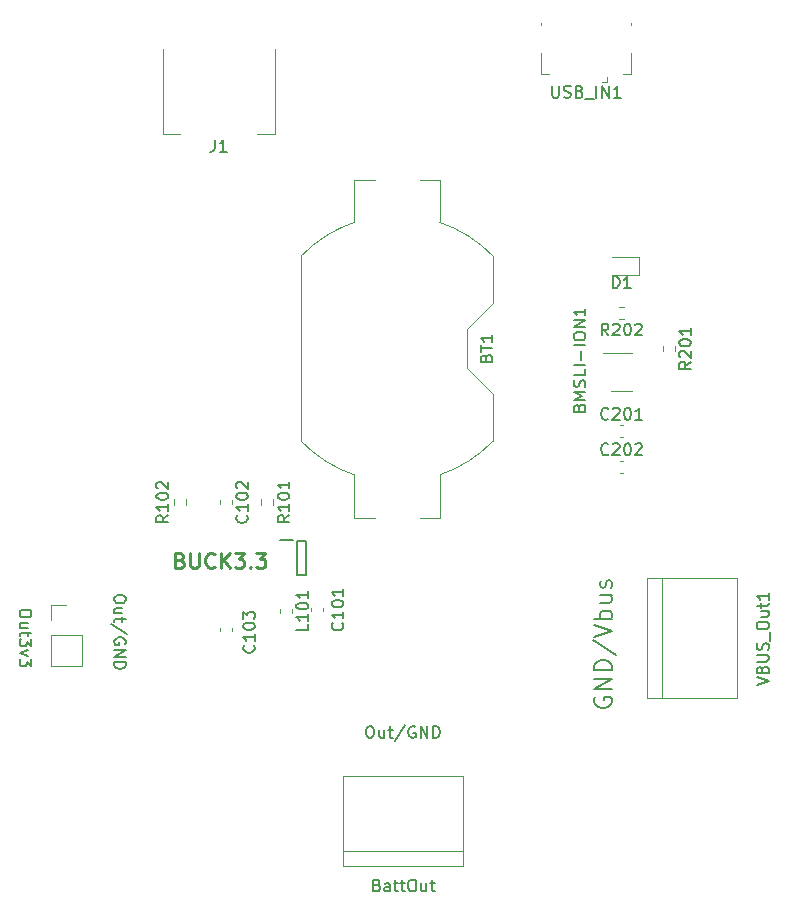
<source format=gbr>
%TF.GenerationSoftware,KiCad,Pcbnew,(5.1.9)-1*%
%TF.CreationDate,2021-08-17T00:54:57-04:00*%
%TF.ProjectId,cargador,63617267-6164-46f7-922e-6b696361645f,rev?*%
%TF.SameCoordinates,Original*%
%TF.FileFunction,Legend,Top*%
%TF.FilePolarity,Positive*%
%FSLAX46Y46*%
G04 Gerber Fmt 4.6, Leading zero omitted, Abs format (unit mm)*
G04 Created by KiCad (PCBNEW (5.1.9)-1) date 2021-08-17 00:54:57*
%MOMM*%
%LPD*%
G01*
G04 APERTURE LIST*
%ADD10C,0.150000*%
%ADD11C,0.120000*%
%ADD12C,0.200000*%
%ADD13C,0.254000*%
G04 APERTURE END LIST*
D10*
X99750000Y-91535714D02*
X99678571Y-91678571D01*
X99678571Y-91892857D01*
X99750000Y-92107142D01*
X99892857Y-92250000D01*
X100035714Y-92321428D01*
X100321428Y-92392857D01*
X100535714Y-92392857D01*
X100821428Y-92321428D01*
X100964285Y-92250000D01*
X101107142Y-92107142D01*
X101178571Y-91892857D01*
X101178571Y-91750000D01*
X101107142Y-91535714D01*
X101035714Y-91464285D01*
X100535714Y-91464285D01*
X100535714Y-91750000D01*
X101178571Y-90821428D02*
X99678571Y-90821428D01*
X101178571Y-89964285D01*
X99678571Y-89964285D01*
X101178571Y-89250000D02*
X99678571Y-89250000D01*
X99678571Y-88892857D01*
X99750000Y-88678571D01*
X99892857Y-88535714D01*
X100035714Y-88464285D01*
X100321428Y-88392857D01*
X100535714Y-88392857D01*
X100821428Y-88464285D01*
X100964285Y-88535714D01*
X101107142Y-88678571D01*
X101178571Y-88892857D01*
X101178571Y-89250000D01*
X99607142Y-86678571D02*
X101535714Y-87964285D01*
X99678571Y-86392857D02*
X101178571Y-85892857D01*
X99678571Y-85392857D01*
X101178571Y-84892857D02*
X99678571Y-84892857D01*
X100250000Y-84892857D02*
X100178571Y-84750000D01*
X100178571Y-84464285D01*
X100250000Y-84321428D01*
X100321428Y-84250000D01*
X100464285Y-84178571D01*
X100892857Y-84178571D01*
X101035714Y-84250000D01*
X101107142Y-84321428D01*
X101178571Y-84464285D01*
X101178571Y-84750000D01*
X101107142Y-84892857D01*
X100178571Y-82892857D02*
X101178571Y-82892857D01*
X100178571Y-83535714D02*
X100964285Y-83535714D01*
X101107142Y-83464285D01*
X101178571Y-83321428D01*
X101178571Y-83107142D01*
X101107142Y-82964285D01*
X101035714Y-82892857D01*
X101107142Y-82250000D02*
X101178571Y-82107142D01*
X101178571Y-81821428D01*
X101107142Y-81678571D01*
X100964285Y-81607142D01*
X100892857Y-81607142D01*
X100750000Y-81678571D01*
X100678571Y-81821428D01*
X100678571Y-82035714D01*
X100607142Y-82178571D01*
X100464285Y-82250000D01*
X100392857Y-82250000D01*
X100250000Y-82178571D01*
X100178571Y-82035714D01*
X100178571Y-81821428D01*
X100250000Y-81678571D01*
X60047619Y-83119047D02*
X60047619Y-83309523D01*
X60000000Y-83404761D01*
X59904761Y-83500000D01*
X59714285Y-83547619D01*
X59380952Y-83547619D01*
X59190476Y-83500000D01*
X59095238Y-83404761D01*
X59047619Y-83309523D01*
X59047619Y-83119047D01*
X59095238Y-83023809D01*
X59190476Y-82928571D01*
X59380952Y-82880952D01*
X59714285Y-82880952D01*
X59904761Y-82928571D01*
X60000000Y-83023809D01*
X60047619Y-83119047D01*
X59714285Y-84404761D02*
X59047619Y-84404761D01*
X59714285Y-83976190D02*
X59190476Y-83976190D01*
X59095238Y-84023809D01*
X59047619Y-84119047D01*
X59047619Y-84261904D01*
X59095238Y-84357142D01*
X59142857Y-84404761D01*
X59714285Y-84738095D02*
X59714285Y-85119047D01*
X60047619Y-84880952D02*
X59190476Y-84880952D01*
X59095238Y-84928571D01*
X59047619Y-85023809D01*
X59047619Y-85119047D01*
X60095238Y-86166666D02*
X58809523Y-85309523D01*
X60000000Y-87023809D02*
X60047619Y-86928571D01*
X60047619Y-86785714D01*
X60000000Y-86642857D01*
X59904761Y-86547619D01*
X59809523Y-86500000D01*
X59619047Y-86452380D01*
X59476190Y-86452380D01*
X59285714Y-86500000D01*
X59190476Y-86547619D01*
X59095238Y-86642857D01*
X59047619Y-86785714D01*
X59047619Y-86880952D01*
X59095238Y-87023809D01*
X59142857Y-87071428D01*
X59476190Y-87071428D01*
X59476190Y-86880952D01*
X59047619Y-87500000D02*
X60047619Y-87500000D01*
X59047619Y-88071428D01*
X60047619Y-88071428D01*
X59047619Y-88547619D02*
X60047619Y-88547619D01*
X60047619Y-88785714D01*
X60000000Y-88928571D01*
X59904761Y-89023809D01*
X59809523Y-89071428D01*
X59619047Y-89119047D01*
X59476190Y-89119047D01*
X59285714Y-89071428D01*
X59190476Y-89023809D01*
X59095238Y-88928571D01*
X59047619Y-88785714D01*
X59047619Y-88547619D01*
X80619047Y-93952380D02*
X80809523Y-93952380D01*
X80904761Y-94000000D01*
X81000000Y-94095238D01*
X81047619Y-94285714D01*
X81047619Y-94619047D01*
X81000000Y-94809523D01*
X80904761Y-94904761D01*
X80809523Y-94952380D01*
X80619047Y-94952380D01*
X80523809Y-94904761D01*
X80428571Y-94809523D01*
X80380952Y-94619047D01*
X80380952Y-94285714D01*
X80428571Y-94095238D01*
X80523809Y-94000000D01*
X80619047Y-93952380D01*
X81904761Y-94285714D02*
X81904761Y-94952380D01*
X81476190Y-94285714D02*
X81476190Y-94809523D01*
X81523809Y-94904761D01*
X81619047Y-94952380D01*
X81761904Y-94952380D01*
X81857142Y-94904761D01*
X81904761Y-94857142D01*
X82238095Y-94285714D02*
X82619047Y-94285714D01*
X82380952Y-93952380D02*
X82380952Y-94809523D01*
X82428571Y-94904761D01*
X82523809Y-94952380D01*
X82619047Y-94952380D01*
X83666666Y-93904761D02*
X82809523Y-95190476D01*
X84523809Y-94000000D02*
X84428571Y-93952380D01*
X84285714Y-93952380D01*
X84142857Y-94000000D01*
X84047619Y-94095238D01*
X84000000Y-94190476D01*
X83952380Y-94380952D01*
X83952380Y-94523809D01*
X84000000Y-94714285D01*
X84047619Y-94809523D01*
X84142857Y-94904761D01*
X84285714Y-94952380D01*
X84380952Y-94952380D01*
X84523809Y-94904761D01*
X84571428Y-94857142D01*
X84571428Y-94523809D01*
X84380952Y-94523809D01*
X85000000Y-94952380D02*
X85000000Y-93952380D01*
X85571428Y-94952380D01*
X85571428Y-93952380D01*
X86047619Y-94952380D02*
X86047619Y-93952380D01*
X86285714Y-93952380D01*
X86428571Y-94000000D01*
X86523809Y-94095238D01*
X86571428Y-94190476D01*
X86619047Y-94380952D01*
X86619047Y-94523809D01*
X86571428Y-94714285D01*
X86523809Y-94809523D01*
X86428571Y-94904761D01*
X86285714Y-94952380D01*
X86047619Y-94952380D01*
D11*
%TO.C,J1*%
X72650000Y-43870000D02*
X71150000Y-43870000D01*
X72650000Y-43870000D02*
X72650000Y-36610000D01*
X63150000Y-43870000D02*
X63150000Y-36610000D01*
X64650000Y-43870000D02*
X63150000Y-43870000D01*
%TO.C,VBUS_Out1*%
X104190000Y-81460000D02*
X104190000Y-91620000D01*
X111810000Y-81460000D02*
X104190000Y-81460000D01*
X111810000Y-91620000D02*
X111810000Y-81460000D01*
X104190000Y-91620000D02*
X111810000Y-91620000D01*
X105460000Y-91620000D02*
X105460000Y-81460000D01*
%TO.C,USB_IN1*%
X100760000Y-39410000D02*
X100760000Y-39020000D01*
X100760000Y-39410000D02*
X100310000Y-39410000D01*
X95190000Y-38710000D02*
X95840000Y-38710000D01*
X95190000Y-36980000D02*
X95190000Y-38710000D01*
X102810000Y-34410000D02*
X102810000Y-34620000D01*
X95190000Y-34410000D02*
X95190000Y-34620000D01*
X102810000Y-36980000D02*
X102810000Y-38710000D01*
X102810000Y-38710000D02*
X102150000Y-38710000D01*
%TO.C,Out3v3*%
X53670000Y-83670000D02*
X55000000Y-83670000D01*
X53670000Y-85000000D02*
X53670000Y-83670000D01*
X53670000Y-86270000D02*
X56330000Y-86270000D01*
X56330000Y-86270000D02*
X56330000Y-88870000D01*
X53670000Y-86270000D02*
X53670000Y-88870000D01*
X53670000Y-88870000D02*
X56330000Y-88870000D01*
%TO.C,BattOut*%
X78460000Y-105810000D02*
X88620000Y-105810000D01*
X78460000Y-98190000D02*
X78460000Y-105810000D01*
X88620000Y-98190000D02*
X78460000Y-98190000D01*
X88620000Y-105810000D02*
X88620000Y-98190000D01*
X88620000Y-104540000D02*
X78460000Y-104540000D01*
%TO.C,R202*%
X102237258Y-59522500D02*
X101762742Y-59522500D01*
X102237258Y-58477500D02*
X101762742Y-58477500D01*
%TO.C,R201*%
X106522500Y-61762742D02*
X106522500Y-62237258D01*
X105477500Y-61762742D02*
X105477500Y-62237258D01*
%TO.C,R102*%
X64077500Y-75237258D02*
X64077500Y-74762742D01*
X65122500Y-75237258D02*
X65122500Y-74762742D01*
%TO.C,R101*%
X72522500Y-74762742D02*
X72522500Y-75237258D01*
X71477500Y-74762742D02*
X71477500Y-75237258D01*
%TO.C,L101*%
X74110000Y-84037221D02*
X74110000Y-84362779D01*
X73090000Y-84037221D02*
X73090000Y-84362779D01*
%TO.C,D1*%
X101200000Y-55735000D02*
X103485000Y-55735000D01*
X103485000Y-55735000D02*
X103485000Y-54265000D01*
X103485000Y-54265000D02*
X101200000Y-54265000D01*
%TO.C,C202*%
X101859420Y-71490000D02*
X102140580Y-71490000D01*
X101859420Y-72510000D02*
X102140580Y-72510000D01*
%TO.C,C201*%
X101859420Y-68490000D02*
X102140580Y-68490000D01*
X101859420Y-69510000D02*
X102140580Y-69510000D01*
%TO.C,C103*%
X69010000Y-85659420D02*
X69010000Y-85940580D01*
X67990000Y-85659420D02*
X67990000Y-85940580D01*
%TO.C,C102*%
X69010000Y-74859420D02*
X69010000Y-75140580D01*
X67990000Y-74859420D02*
X67990000Y-75140580D01*
%TO.C,C101*%
X75690000Y-84240580D02*
X75690000Y-83959420D01*
X76710000Y-84240580D02*
X76710000Y-83959420D01*
D12*
%TO.C,BUCK3.3*%
X74500000Y-78250000D02*
X75300000Y-78250000D01*
X75300000Y-78250000D02*
X75300000Y-81150000D01*
X75300000Y-81150000D02*
X74500000Y-81150000D01*
X74500000Y-81150000D02*
X74500000Y-78250000D01*
X73050000Y-78200000D02*
X74150000Y-78200000D01*
D11*
%TO.C,BT1*%
X84900000Y-76310000D02*
X86610000Y-76310000D01*
X86610000Y-72692000D02*
X86610000Y-76310000D01*
X91110000Y-65860000D02*
X91110000Y-69847300D01*
X88910000Y-63660000D02*
X91110000Y-65860000D01*
X88910000Y-60340000D02*
X88910000Y-63660000D01*
X88910000Y-60340000D02*
X91110000Y-58140000D01*
X91110000Y-54152700D02*
X91110000Y-58140000D01*
X84900000Y-47690000D02*
X86610000Y-47690000D01*
X86610000Y-47690000D02*
X86610000Y-51308000D01*
X79390000Y-51308000D02*
X79390000Y-47690000D01*
X81100000Y-47690000D02*
X79390000Y-47690000D01*
X74890000Y-69847300D02*
X74890000Y-54152700D01*
X81100000Y-76310000D02*
X79390000Y-76310000D01*
X79390000Y-76310000D02*
X79390000Y-72692000D01*
X74888211Y-69845370D02*
G75*
G03*
X79390000Y-72692000I8111789J7845370D01*
G01*
X91111789Y-54154630D02*
G75*
G03*
X86610000Y-51308000I-8111789J-7845370D01*
G01*
X74888211Y-54154630D02*
G75*
G02*
X79390000Y-51308000I8111789J-7845370D01*
G01*
X91111789Y-69845370D02*
G75*
G02*
X86610000Y-72692000I-8111789J7845370D01*
G01*
%TO.C,BMSLI-ION1*%
X101100000Y-65610000D02*
X102900000Y-65610000D01*
X102900000Y-62390000D02*
X100450000Y-62390000D01*
%TO.C,J1*%
D10*
X67566666Y-44312380D02*
X67566666Y-45026666D01*
X67519047Y-45169523D01*
X67423809Y-45264761D01*
X67280952Y-45312380D01*
X67185714Y-45312380D01*
X68566666Y-45312380D02*
X67995238Y-45312380D01*
X68280952Y-45312380D02*
X68280952Y-44312380D01*
X68185714Y-44455238D01*
X68090476Y-44550476D01*
X67995238Y-44598095D01*
%TO.C,VBUS_Out1*%
X113452380Y-90492380D02*
X114452380Y-90159047D01*
X113452380Y-89825714D01*
X113928571Y-89159047D02*
X113976190Y-89016190D01*
X114023809Y-88968571D01*
X114119047Y-88920952D01*
X114261904Y-88920952D01*
X114357142Y-88968571D01*
X114404761Y-89016190D01*
X114452380Y-89111428D01*
X114452380Y-89492380D01*
X113452380Y-89492380D01*
X113452380Y-89159047D01*
X113500000Y-89063809D01*
X113547619Y-89016190D01*
X113642857Y-88968571D01*
X113738095Y-88968571D01*
X113833333Y-89016190D01*
X113880952Y-89063809D01*
X113928571Y-89159047D01*
X113928571Y-89492380D01*
X113452380Y-88492380D02*
X114261904Y-88492380D01*
X114357142Y-88444761D01*
X114404761Y-88397142D01*
X114452380Y-88301904D01*
X114452380Y-88111428D01*
X114404761Y-88016190D01*
X114357142Y-87968571D01*
X114261904Y-87920952D01*
X113452380Y-87920952D01*
X114404761Y-87492380D02*
X114452380Y-87349523D01*
X114452380Y-87111428D01*
X114404761Y-87016190D01*
X114357142Y-86968571D01*
X114261904Y-86920952D01*
X114166666Y-86920952D01*
X114071428Y-86968571D01*
X114023809Y-87016190D01*
X113976190Y-87111428D01*
X113928571Y-87301904D01*
X113880952Y-87397142D01*
X113833333Y-87444761D01*
X113738095Y-87492380D01*
X113642857Y-87492380D01*
X113547619Y-87444761D01*
X113500000Y-87397142D01*
X113452380Y-87301904D01*
X113452380Y-87063809D01*
X113500000Y-86920952D01*
X114547619Y-86730476D02*
X114547619Y-85968571D01*
X113452380Y-85540000D02*
X113452380Y-85349523D01*
X113500000Y-85254285D01*
X113595238Y-85159047D01*
X113785714Y-85111428D01*
X114119047Y-85111428D01*
X114309523Y-85159047D01*
X114404761Y-85254285D01*
X114452380Y-85349523D01*
X114452380Y-85540000D01*
X114404761Y-85635238D01*
X114309523Y-85730476D01*
X114119047Y-85778095D01*
X113785714Y-85778095D01*
X113595238Y-85730476D01*
X113500000Y-85635238D01*
X113452380Y-85540000D01*
X113785714Y-84254285D02*
X114452380Y-84254285D01*
X113785714Y-84682857D02*
X114309523Y-84682857D01*
X114404761Y-84635238D01*
X114452380Y-84540000D01*
X114452380Y-84397142D01*
X114404761Y-84301904D01*
X114357142Y-84254285D01*
X113785714Y-83920952D02*
X113785714Y-83540000D01*
X113452380Y-83778095D02*
X114309523Y-83778095D01*
X114404761Y-83730476D01*
X114452380Y-83635238D01*
X114452380Y-83540000D01*
X114452380Y-82682857D02*
X114452380Y-83254285D01*
X114452380Y-82968571D02*
X113452380Y-82968571D01*
X113595238Y-83063809D01*
X113690476Y-83159047D01*
X113738095Y-83254285D01*
%TO.C,USB_IN1*%
X96119047Y-39752380D02*
X96119047Y-40561904D01*
X96166666Y-40657142D01*
X96214285Y-40704761D01*
X96309523Y-40752380D01*
X96500000Y-40752380D01*
X96595238Y-40704761D01*
X96642857Y-40657142D01*
X96690476Y-40561904D01*
X96690476Y-39752380D01*
X97119047Y-40704761D02*
X97261904Y-40752380D01*
X97500000Y-40752380D01*
X97595238Y-40704761D01*
X97642857Y-40657142D01*
X97690476Y-40561904D01*
X97690476Y-40466666D01*
X97642857Y-40371428D01*
X97595238Y-40323809D01*
X97500000Y-40276190D01*
X97309523Y-40228571D01*
X97214285Y-40180952D01*
X97166666Y-40133333D01*
X97119047Y-40038095D01*
X97119047Y-39942857D01*
X97166666Y-39847619D01*
X97214285Y-39800000D01*
X97309523Y-39752380D01*
X97547619Y-39752380D01*
X97690476Y-39800000D01*
X98452380Y-40228571D02*
X98595238Y-40276190D01*
X98642857Y-40323809D01*
X98690476Y-40419047D01*
X98690476Y-40561904D01*
X98642857Y-40657142D01*
X98595238Y-40704761D01*
X98500000Y-40752380D01*
X98119047Y-40752380D01*
X98119047Y-39752380D01*
X98452380Y-39752380D01*
X98547619Y-39800000D01*
X98595238Y-39847619D01*
X98642857Y-39942857D01*
X98642857Y-40038095D01*
X98595238Y-40133333D01*
X98547619Y-40180952D01*
X98452380Y-40228571D01*
X98119047Y-40228571D01*
X98880952Y-40847619D02*
X99642857Y-40847619D01*
X99880952Y-40752380D02*
X99880952Y-39752380D01*
X100357142Y-40752380D02*
X100357142Y-39752380D01*
X100928571Y-40752380D01*
X100928571Y-39752380D01*
X101928571Y-40752380D02*
X101357142Y-40752380D01*
X101642857Y-40752380D02*
X101642857Y-39752380D01*
X101547619Y-39895238D01*
X101452380Y-39990476D01*
X101357142Y-40038095D01*
%TO.C,Out3v3*%
X52047619Y-84333333D02*
X52047619Y-84523809D01*
X52000000Y-84619047D01*
X51904761Y-84714285D01*
X51714285Y-84761904D01*
X51380952Y-84761904D01*
X51190476Y-84714285D01*
X51095238Y-84619047D01*
X51047619Y-84523809D01*
X51047619Y-84333333D01*
X51095238Y-84238095D01*
X51190476Y-84142857D01*
X51380952Y-84095238D01*
X51714285Y-84095238D01*
X51904761Y-84142857D01*
X52000000Y-84238095D01*
X52047619Y-84333333D01*
X51714285Y-85619047D02*
X51047619Y-85619047D01*
X51714285Y-85190476D02*
X51190476Y-85190476D01*
X51095238Y-85238095D01*
X51047619Y-85333333D01*
X51047619Y-85476190D01*
X51095238Y-85571428D01*
X51142857Y-85619047D01*
X51714285Y-85952380D02*
X51714285Y-86333333D01*
X52047619Y-86095238D02*
X51190476Y-86095238D01*
X51095238Y-86142857D01*
X51047619Y-86238095D01*
X51047619Y-86333333D01*
X52047619Y-86571428D02*
X52047619Y-87190476D01*
X51666666Y-86857142D01*
X51666666Y-87000000D01*
X51619047Y-87095238D01*
X51571428Y-87142857D01*
X51476190Y-87190476D01*
X51238095Y-87190476D01*
X51142857Y-87142857D01*
X51095238Y-87095238D01*
X51047619Y-87000000D01*
X51047619Y-86714285D01*
X51095238Y-86619047D01*
X51142857Y-86571428D01*
X51714285Y-87523809D02*
X51047619Y-87761904D01*
X51714285Y-88000000D01*
X52047619Y-88285714D02*
X52047619Y-88904761D01*
X51666666Y-88571428D01*
X51666666Y-88714285D01*
X51619047Y-88809523D01*
X51571428Y-88857142D01*
X51476190Y-88904761D01*
X51238095Y-88904761D01*
X51142857Y-88857142D01*
X51095238Y-88809523D01*
X51047619Y-88714285D01*
X51047619Y-88428571D01*
X51095238Y-88333333D01*
X51142857Y-88285714D01*
%TO.C,BattOut*%
X81285714Y-107428571D02*
X81428571Y-107476190D01*
X81476190Y-107523809D01*
X81523809Y-107619047D01*
X81523809Y-107761904D01*
X81476190Y-107857142D01*
X81428571Y-107904761D01*
X81333333Y-107952380D01*
X80952380Y-107952380D01*
X80952380Y-106952380D01*
X81285714Y-106952380D01*
X81380952Y-107000000D01*
X81428571Y-107047619D01*
X81476190Y-107142857D01*
X81476190Y-107238095D01*
X81428571Y-107333333D01*
X81380952Y-107380952D01*
X81285714Y-107428571D01*
X80952380Y-107428571D01*
X82380952Y-107952380D02*
X82380952Y-107428571D01*
X82333333Y-107333333D01*
X82238095Y-107285714D01*
X82047619Y-107285714D01*
X81952380Y-107333333D01*
X82380952Y-107904761D02*
X82285714Y-107952380D01*
X82047619Y-107952380D01*
X81952380Y-107904761D01*
X81904761Y-107809523D01*
X81904761Y-107714285D01*
X81952380Y-107619047D01*
X82047619Y-107571428D01*
X82285714Y-107571428D01*
X82380952Y-107523809D01*
X82714285Y-107285714D02*
X83095238Y-107285714D01*
X82857142Y-106952380D02*
X82857142Y-107809523D01*
X82904761Y-107904761D01*
X83000000Y-107952380D01*
X83095238Y-107952380D01*
X83285714Y-107285714D02*
X83666666Y-107285714D01*
X83428571Y-106952380D02*
X83428571Y-107809523D01*
X83476190Y-107904761D01*
X83571428Y-107952380D01*
X83666666Y-107952380D01*
X84190476Y-106952380D02*
X84380952Y-106952380D01*
X84476190Y-107000000D01*
X84571428Y-107095238D01*
X84619047Y-107285714D01*
X84619047Y-107619047D01*
X84571428Y-107809523D01*
X84476190Y-107904761D01*
X84380952Y-107952380D01*
X84190476Y-107952380D01*
X84095238Y-107904761D01*
X84000000Y-107809523D01*
X83952380Y-107619047D01*
X83952380Y-107285714D01*
X84000000Y-107095238D01*
X84095238Y-107000000D01*
X84190476Y-106952380D01*
X85476190Y-107285714D02*
X85476190Y-107952380D01*
X85047619Y-107285714D02*
X85047619Y-107809523D01*
X85095238Y-107904761D01*
X85190476Y-107952380D01*
X85333333Y-107952380D01*
X85428571Y-107904761D01*
X85476190Y-107857142D01*
X85809523Y-107285714D02*
X86190476Y-107285714D01*
X85952380Y-106952380D02*
X85952380Y-107809523D01*
X86000000Y-107904761D01*
X86095238Y-107952380D01*
X86190476Y-107952380D01*
%TO.C,R202*%
X100880952Y-60882380D02*
X100547619Y-60406190D01*
X100309523Y-60882380D02*
X100309523Y-59882380D01*
X100690476Y-59882380D01*
X100785714Y-59930000D01*
X100833333Y-59977619D01*
X100880952Y-60072857D01*
X100880952Y-60215714D01*
X100833333Y-60310952D01*
X100785714Y-60358571D01*
X100690476Y-60406190D01*
X100309523Y-60406190D01*
X101261904Y-59977619D02*
X101309523Y-59930000D01*
X101404761Y-59882380D01*
X101642857Y-59882380D01*
X101738095Y-59930000D01*
X101785714Y-59977619D01*
X101833333Y-60072857D01*
X101833333Y-60168095D01*
X101785714Y-60310952D01*
X101214285Y-60882380D01*
X101833333Y-60882380D01*
X102452380Y-59882380D02*
X102547619Y-59882380D01*
X102642857Y-59930000D01*
X102690476Y-59977619D01*
X102738095Y-60072857D01*
X102785714Y-60263333D01*
X102785714Y-60501428D01*
X102738095Y-60691904D01*
X102690476Y-60787142D01*
X102642857Y-60834761D01*
X102547619Y-60882380D01*
X102452380Y-60882380D01*
X102357142Y-60834761D01*
X102309523Y-60787142D01*
X102261904Y-60691904D01*
X102214285Y-60501428D01*
X102214285Y-60263333D01*
X102261904Y-60072857D01*
X102309523Y-59977619D01*
X102357142Y-59930000D01*
X102452380Y-59882380D01*
X103166666Y-59977619D02*
X103214285Y-59930000D01*
X103309523Y-59882380D01*
X103547619Y-59882380D01*
X103642857Y-59930000D01*
X103690476Y-59977619D01*
X103738095Y-60072857D01*
X103738095Y-60168095D01*
X103690476Y-60310952D01*
X103119047Y-60882380D01*
X103738095Y-60882380D01*
%TO.C,R201*%
X107882380Y-63119047D02*
X107406190Y-63452380D01*
X107882380Y-63690476D02*
X106882380Y-63690476D01*
X106882380Y-63309523D01*
X106930000Y-63214285D01*
X106977619Y-63166666D01*
X107072857Y-63119047D01*
X107215714Y-63119047D01*
X107310952Y-63166666D01*
X107358571Y-63214285D01*
X107406190Y-63309523D01*
X107406190Y-63690476D01*
X106977619Y-62738095D02*
X106930000Y-62690476D01*
X106882380Y-62595238D01*
X106882380Y-62357142D01*
X106930000Y-62261904D01*
X106977619Y-62214285D01*
X107072857Y-62166666D01*
X107168095Y-62166666D01*
X107310952Y-62214285D01*
X107882380Y-62785714D01*
X107882380Y-62166666D01*
X106882380Y-61547619D02*
X106882380Y-61452380D01*
X106930000Y-61357142D01*
X106977619Y-61309523D01*
X107072857Y-61261904D01*
X107263333Y-61214285D01*
X107501428Y-61214285D01*
X107691904Y-61261904D01*
X107787142Y-61309523D01*
X107834761Y-61357142D01*
X107882380Y-61452380D01*
X107882380Y-61547619D01*
X107834761Y-61642857D01*
X107787142Y-61690476D01*
X107691904Y-61738095D01*
X107501428Y-61785714D01*
X107263333Y-61785714D01*
X107072857Y-61738095D01*
X106977619Y-61690476D01*
X106930000Y-61642857D01*
X106882380Y-61547619D01*
X107882380Y-60261904D02*
X107882380Y-60833333D01*
X107882380Y-60547619D02*
X106882380Y-60547619D01*
X107025238Y-60642857D01*
X107120476Y-60738095D01*
X107168095Y-60833333D01*
%TO.C,R102*%
X63622380Y-76119047D02*
X63146190Y-76452380D01*
X63622380Y-76690476D02*
X62622380Y-76690476D01*
X62622380Y-76309523D01*
X62670000Y-76214285D01*
X62717619Y-76166666D01*
X62812857Y-76119047D01*
X62955714Y-76119047D01*
X63050952Y-76166666D01*
X63098571Y-76214285D01*
X63146190Y-76309523D01*
X63146190Y-76690476D01*
X63622380Y-75166666D02*
X63622380Y-75738095D01*
X63622380Y-75452380D02*
X62622380Y-75452380D01*
X62765238Y-75547619D01*
X62860476Y-75642857D01*
X62908095Y-75738095D01*
X62622380Y-74547619D02*
X62622380Y-74452380D01*
X62670000Y-74357142D01*
X62717619Y-74309523D01*
X62812857Y-74261904D01*
X63003333Y-74214285D01*
X63241428Y-74214285D01*
X63431904Y-74261904D01*
X63527142Y-74309523D01*
X63574761Y-74357142D01*
X63622380Y-74452380D01*
X63622380Y-74547619D01*
X63574761Y-74642857D01*
X63527142Y-74690476D01*
X63431904Y-74738095D01*
X63241428Y-74785714D01*
X63003333Y-74785714D01*
X62812857Y-74738095D01*
X62717619Y-74690476D01*
X62670000Y-74642857D01*
X62622380Y-74547619D01*
X62717619Y-73833333D02*
X62670000Y-73785714D01*
X62622380Y-73690476D01*
X62622380Y-73452380D01*
X62670000Y-73357142D01*
X62717619Y-73309523D01*
X62812857Y-73261904D01*
X62908095Y-73261904D01*
X63050952Y-73309523D01*
X63622380Y-73880952D01*
X63622380Y-73261904D01*
%TO.C,R101*%
X73882380Y-76119047D02*
X73406190Y-76452380D01*
X73882380Y-76690476D02*
X72882380Y-76690476D01*
X72882380Y-76309523D01*
X72930000Y-76214285D01*
X72977619Y-76166666D01*
X73072857Y-76119047D01*
X73215714Y-76119047D01*
X73310952Y-76166666D01*
X73358571Y-76214285D01*
X73406190Y-76309523D01*
X73406190Y-76690476D01*
X73882380Y-75166666D02*
X73882380Y-75738095D01*
X73882380Y-75452380D02*
X72882380Y-75452380D01*
X73025238Y-75547619D01*
X73120476Y-75642857D01*
X73168095Y-75738095D01*
X72882380Y-74547619D02*
X72882380Y-74452380D01*
X72930000Y-74357142D01*
X72977619Y-74309523D01*
X73072857Y-74261904D01*
X73263333Y-74214285D01*
X73501428Y-74214285D01*
X73691904Y-74261904D01*
X73787142Y-74309523D01*
X73834761Y-74357142D01*
X73882380Y-74452380D01*
X73882380Y-74547619D01*
X73834761Y-74642857D01*
X73787142Y-74690476D01*
X73691904Y-74738095D01*
X73501428Y-74785714D01*
X73263333Y-74785714D01*
X73072857Y-74738095D01*
X72977619Y-74690476D01*
X72930000Y-74642857D01*
X72882380Y-74547619D01*
X73882380Y-73261904D02*
X73882380Y-73833333D01*
X73882380Y-73547619D02*
X72882380Y-73547619D01*
X73025238Y-73642857D01*
X73120476Y-73738095D01*
X73168095Y-73833333D01*
%TO.C,L101*%
X75482380Y-85319047D02*
X75482380Y-85795238D01*
X74482380Y-85795238D01*
X75482380Y-84461904D02*
X75482380Y-85033333D01*
X75482380Y-84747619D02*
X74482380Y-84747619D01*
X74625238Y-84842857D01*
X74720476Y-84938095D01*
X74768095Y-85033333D01*
X74482380Y-83842857D02*
X74482380Y-83747619D01*
X74530000Y-83652380D01*
X74577619Y-83604761D01*
X74672857Y-83557142D01*
X74863333Y-83509523D01*
X75101428Y-83509523D01*
X75291904Y-83557142D01*
X75387142Y-83604761D01*
X75434761Y-83652380D01*
X75482380Y-83747619D01*
X75482380Y-83842857D01*
X75434761Y-83938095D01*
X75387142Y-83985714D01*
X75291904Y-84033333D01*
X75101428Y-84080952D01*
X74863333Y-84080952D01*
X74672857Y-84033333D01*
X74577619Y-83985714D01*
X74530000Y-83938095D01*
X74482380Y-83842857D01*
X75482380Y-82557142D02*
X75482380Y-83128571D01*
X75482380Y-82842857D02*
X74482380Y-82842857D01*
X74625238Y-82938095D01*
X74720476Y-83033333D01*
X74768095Y-83128571D01*
%TO.C,D1*%
X101261904Y-56882380D02*
X101261904Y-55882380D01*
X101500000Y-55882380D01*
X101642857Y-55930000D01*
X101738095Y-56025238D01*
X101785714Y-56120476D01*
X101833333Y-56310952D01*
X101833333Y-56453809D01*
X101785714Y-56644285D01*
X101738095Y-56739523D01*
X101642857Y-56834761D01*
X101500000Y-56882380D01*
X101261904Y-56882380D01*
X102785714Y-56882380D02*
X102214285Y-56882380D01*
X102500000Y-56882380D02*
X102500000Y-55882380D01*
X102404761Y-56025238D01*
X102309523Y-56120476D01*
X102214285Y-56168095D01*
%TO.C,C202*%
X100880952Y-70927142D02*
X100833333Y-70974761D01*
X100690476Y-71022380D01*
X100595238Y-71022380D01*
X100452380Y-70974761D01*
X100357142Y-70879523D01*
X100309523Y-70784285D01*
X100261904Y-70593809D01*
X100261904Y-70450952D01*
X100309523Y-70260476D01*
X100357142Y-70165238D01*
X100452380Y-70070000D01*
X100595238Y-70022380D01*
X100690476Y-70022380D01*
X100833333Y-70070000D01*
X100880952Y-70117619D01*
X101261904Y-70117619D02*
X101309523Y-70070000D01*
X101404761Y-70022380D01*
X101642857Y-70022380D01*
X101738095Y-70070000D01*
X101785714Y-70117619D01*
X101833333Y-70212857D01*
X101833333Y-70308095D01*
X101785714Y-70450952D01*
X101214285Y-71022380D01*
X101833333Y-71022380D01*
X102452380Y-70022380D02*
X102547619Y-70022380D01*
X102642857Y-70070000D01*
X102690476Y-70117619D01*
X102738095Y-70212857D01*
X102785714Y-70403333D01*
X102785714Y-70641428D01*
X102738095Y-70831904D01*
X102690476Y-70927142D01*
X102642857Y-70974761D01*
X102547619Y-71022380D01*
X102452380Y-71022380D01*
X102357142Y-70974761D01*
X102309523Y-70927142D01*
X102261904Y-70831904D01*
X102214285Y-70641428D01*
X102214285Y-70403333D01*
X102261904Y-70212857D01*
X102309523Y-70117619D01*
X102357142Y-70070000D01*
X102452380Y-70022380D01*
X103166666Y-70117619D02*
X103214285Y-70070000D01*
X103309523Y-70022380D01*
X103547619Y-70022380D01*
X103642857Y-70070000D01*
X103690476Y-70117619D01*
X103738095Y-70212857D01*
X103738095Y-70308095D01*
X103690476Y-70450952D01*
X103119047Y-71022380D01*
X103738095Y-71022380D01*
%TO.C,C201*%
X100880952Y-67927142D02*
X100833333Y-67974761D01*
X100690476Y-68022380D01*
X100595238Y-68022380D01*
X100452380Y-67974761D01*
X100357142Y-67879523D01*
X100309523Y-67784285D01*
X100261904Y-67593809D01*
X100261904Y-67450952D01*
X100309523Y-67260476D01*
X100357142Y-67165238D01*
X100452380Y-67070000D01*
X100595238Y-67022380D01*
X100690476Y-67022380D01*
X100833333Y-67070000D01*
X100880952Y-67117619D01*
X101261904Y-67117619D02*
X101309523Y-67070000D01*
X101404761Y-67022380D01*
X101642857Y-67022380D01*
X101738095Y-67070000D01*
X101785714Y-67117619D01*
X101833333Y-67212857D01*
X101833333Y-67308095D01*
X101785714Y-67450952D01*
X101214285Y-68022380D01*
X101833333Y-68022380D01*
X102452380Y-67022380D02*
X102547619Y-67022380D01*
X102642857Y-67070000D01*
X102690476Y-67117619D01*
X102738095Y-67212857D01*
X102785714Y-67403333D01*
X102785714Y-67641428D01*
X102738095Y-67831904D01*
X102690476Y-67927142D01*
X102642857Y-67974761D01*
X102547619Y-68022380D01*
X102452380Y-68022380D01*
X102357142Y-67974761D01*
X102309523Y-67927142D01*
X102261904Y-67831904D01*
X102214285Y-67641428D01*
X102214285Y-67403333D01*
X102261904Y-67212857D01*
X102309523Y-67117619D01*
X102357142Y-67070000D01*
X102452380Y-67022380D01*
X103738095Y-68022380D02*
X103166666Y-68022380D01*
X103452380Y-68022380D02*
X103452380Y-67022380D01*
X103357142Y-67165238D01*
X103261904Y-67260476D01*
X103166666Y-67308095D01*
%TO.C,C103*%
X70857142Y-87119047D02*
X70904761Y-87166666D01*
X70952380Y-87309523D01*
X70952380Y-87404761D01*
X70904761Y-87547619D01*
X70809523Y-87642857D01*
X70714285Y-87690476D01*
X70523809Y-87738095D01*
X70380952Y-87738095D01*
X70190476Y-87690476D01*
X70095238Y-87642857D01*
X70000000Y-87547619D01*
X69952380Y-87404761D01*
X69952380Y-87309523D01*
X70000000Y-87166666D01*
X70047619Y-87119047D01*
X70952380Y-86166666D02*
X70952380Y-86738095D01*
X70952380Y-86452380D02*
X69952380Y-86452380D01*
X70095238Y-86547619D01*
X70190476Y-86642857D01*
X70238095Y-86738095D01*
X69952380Y-85547619D02*
X69952380Y-85452380D01*
X70000000Y-85357142D01*
X70047619Y-85309523D01*
X70142857Y-85261904D01*
X70333333Y-85214285D01*
X70571428Y-85214285D01*
X70761904Y-85261904D01*
X70857142Y-85309523D01*
X70904761Y-85357142D01*
X70952380Y-85452380D01*
X70952380Y-85547619D01*
X70904761Y-85642857D01*
X70857142Y-85690476D01*
X70761904Y-85738095D01*
X70571428Y-85785714D01*
X70333333Y-85785714D01*
X70142857Y-85738095D01*
X70047619Y-85690476D01*
X70000000Y-85642857D01*
X69952380Y-85547619D01*
X69952380Y-84880952D02*
X69952380Y-84261904D01*
X70333333Y-84595238D01*
X70333333Y-84452380D01*
X70380952Y-84357142D01*
X70428571Y-84309523D01*
X70523809Y-84261904D01*
X70761904Y-84261904D01*
X70857142Y-84309523D01*
X70904761Y-84357142D01*
X70952380Y-84452380D01*
X70952380Y-84738095D01*
X70904761Y-84833333D01*
X70857142Y-84880952D01*
%TO.C,C102*%
X70287142Y-76119047D02*
X70334761Y-76166666D01*
X70382380Y-76309523D01*
X70382380Y-76404761D01*
X70334761Y-76547619D01*
X70239523Y-76642857D01*
X70144285Y-76690476D01*
X69953809Y-76738095D01*
X69810952Y-76738095D01*
X69620476Y-76690476D01*
X69525238Y-76642857D01*
X69430000Y-76547619D01*
X69382380Y-76404761D01*
X69382380Y-76309523D01*
X69430000Y-76166666D01*
X69477619Y-76119047D01*
X70382380Y-75166666D02*
X70382380Y-75738095D01*
X70382380Y-75452380D02*
X69382380Y-75452380D01*
X69525238Y-75547619D01*
X69620476Y-75642857D01*
X69668095Y-75738095D01*
X69382380Y-74547619D02*
X69382380Y-74452380D01*
X69430000Y-74357142D01*
X69477619Y-74309523D01*
X69572857Y-74261904D01*
X69763333Y-74214285D01*
X70001428Y-74214285D01*
X70191904Y-74261904D01*
X70287142Y-74309523D01*
X70334761Y-74357142D01*
X70382380Y-74452380D01*
X70382380Y-74547619D01*
X70334761Y-74642857D01*
X70287142Y-74690476D01*
X70191904Y-74738095D01*
X70001428Y-74785714D01*
X69763333Y-74785714D01*
X69572857Y-74738095D01*
X69477619Y-74690476D01*
X69430000Y-74642857D01*
X69382380Y-74547619D01*
X69477619Y-73833333D02*
X69430000Y-73785714D01*
X69382380Y-73690476D01*
X69382380Y-73452380D01*
X69430000Y-73357142D01*
X69477619Y-73309523D01*
X69572857Y-73261904D01*
X69668095Y-73261904D01*
X69810952Y-73309523D01*
X70382380Y-73880952D01*
X70382380Y-73261904D01*
%TO.C,C101*%
X78357142Y-85219047D02*
X78404761Y-85266666D01*
X78452380Y-85409523D01*
X78452380Y-85504761D01*
X78404761Y-85647619D01*
X78309523Y-85742857D01*
X78214285Y-85790476D01*
X78023809Y-85838095D01*
X77880952Y-85838095D01*
X77690476Y-85790476D01*
X77595238Y-85742857D01*
X77500000Y-85647619D01*
X77452380Y-85504761D01*
X77452380Y-85409523D01*
X77500000Y-85266666D01*
X77547619Y-85219047D01*
X78452380Y-84266666D02*
X78452380Y-84838095D01*
X78452380Y-84552380D02*
X77452380Y-84552380D01*
X77595238Y-84647619D01*
X77690476Y-84742857D01*
X77738095Y-84838095D01*
X77452380Y-83647619D02*
X77452380Y-83552380D01*
X77500000Y-83457142D01*
X77547619Y-83409523D01*
X77642857Y-83361904D01*
X77833333Y-83314285D01*
X78071428Y-83314285D01*
X78261904Y-83361904D01*
X78357142Y-83409523D01*
X78404761Y-83457142D01*
X78452380Y-83552380D01*
X78452380Y-83647619D01*
X78404761Y-83742857D01*
X78357142Y-83790476D01*
X78261904Y-83838095D01*
X78071428Y-83885714D01*
X77833333Y-83885714D01*
X77642857Y-83838095D01*
X77547619Y-83790476D01*
X77500000Y-83742857D01*
X77452380Y-83647619D01*
X78452380Y-82361904D02*
X78452380Y-82933333D01*
X78452380Y-82647619D02*
X77452380Y-82647619D01*
X77595238Y-82742857D01*
X77690476Y-82838095D01*
X77738095Y-82933333D01*
%TO.C,BUCK3.3*%
D13*
X64643571Y-79909285D02*
X64825000Y-79969761D01*
X64885476Y-80030238D01*
X64945952Y-80151190D01*
X64945952Y-80332619D01*
X64885476Y-80453571D01*
X64825000Y-80514047D01*
X64704047Y-80574523D01*
X64220238Y-80574523D01*
X64220238Y-79304523D01*
X64643571Y-79304523D01*
X64764523Y-79365000D01*
X64825000Y-79425476D01*
X64885476Y-79546428D01*
X64885476Y-79667380D01*
X64825000Y-79788333D01*
X64764523Y-79848809D01*
X64643571Y-79909285D01*
X64220238Y-79909285D01*
X65490238Y-79304523D02*
X65490238Y-80332619D01*
X65550714Y-80453571D01*
X65611190Y-80514047D01*
X65732142Y-80574523D01*
X65974047Y-80574523D01*
X66095000Y-80514047D01*
X66155476Y-80453571D01*
X66215952Y-80332619D01*
X66215952Y-79304523D01*
X67546428Y-80453571D02*
X67485952Y-80514047D01*
X67304523Y-80574523D01*
X67183571Y-80574523D01*
X67002142Y-80514047D01*
X66881190Y-80393095D01*
X66820714Y-80272142D01*
X66760238Y-80030238D01*
X66760238Y-79848809D01*
X66820714Y-79606904D01*
X66881190Y-79485952D01*
X67002142Y-79365000D01*
X67183571Y-79304523D01*
X67304523Y-79304523D01*
X67485952Y-79365000D01*
X67546428Y-79425476D01*
X68090714Y-80574523D02*
X68090714Y-79304523D01*
X68816428Y-80574523D02*
X68272142Y-79848809D01*
X68816428Y-79304523D02*
X68090714Y-80030238D01*
X69239761Y-79304523D02*
X70025952Y-79304523D01*
X69602619Y-79788333D01*
X69784047Y-79788333D01*
X69905000Y-79848809D01*
X69965476Y-79909285D01*
X70025952Y-80030238D01*
X70025952Y-80332619D01*
X69965476Y-80453571D01*
X69905000Y-80514047D01*
X69784047Y-80574523D01*
X69421190Y-80574523D01*
X69300238Y-80514047D01*
X69239761Y-80453571D01*
X70570238Y-80453571D02*
X70630714Y-80514047D01*
X70570238Y-80574523D01*
X70509761Y-80514047D01*
X70570238Y-80453571D01*
X70570238Y-80574523D01*
X71054047Y-79304523D02*
X71840238Y-79304523D01*
X71416904Y-79788333D01*
X71598333Y-79788333D01*
X71719285Y-79848809D01*
X71779761Y-79909285D01*
X71840238Y-80030238D01*
X71840238Y-80332619D01*
X71779761Y-80453571D01*
X71719285Y-80514047D01*
X71598333Y-80574523D01*
X71235476Y-80574523D01*
X71114523Y-80514047D01*
X71054047Y-80453571D01*
%TO.C,BT1*%
D10*
X90548571Y-62785714D02*
X90596190Y-62642857D01*
X90643809Y-62595238D01*
X90739047Y-62547619D01*
X90881904Y-62547619D01*
X90977142Y-62595238D01*
X91024761Y-62642857D01*
X91072380Y-62738095D01*
X91072380Y-63119047D01*
X90072380Y-63119047D01*
X90072380Y-62785714D01*
X90120000Y-62690476D01*
X90167619Y-62642857D01*
X90262857Y-62595238D01*
X90358095Y-62595238D01*
X90453333Y-62642857D01*
X90500952Y-62690476D01*
X90548571Y-62785714D01*
X90548571Y-63119047D01*
X90072380Y-62261904D02*
X90072380Y-61690476D01*
X91072380Y-61976190D02*
X90072380Y-61976190D01*
X91072380Y-60833333D02*
X91072380Y-61404761D01*
X91072380Y-61119047D02*
X90072380Y-61119047D01*
X90215238Y-61214285D01*
X90310476Y-61309523D01*
X90358095Y-61404761D01*
%TO.C,BMSLI-ION1*%
X98428571Y-67000000D02*
X98476190Y-66857142D01*
X98523809Y-66809523D01*
X98619047Y-66761904D01*
X98761904Y-66761904D01*
X98857142Y-66809523D01*
X98904761Y-66857142D01*
X98952380Y-66952380D01*
X98952380Y-67333333D01*
X97952380Y-67333333D01*
X97952380Y-67000000D01*
X98000000Y-66904761D01*
X98047619Y-66857142D01*
X98142857Y-66809523D01*
X98238095Y-66809523D01*
X98333333Y-66857142D01*
X98380952Y-66904761D01*
X98428571Y-67000000D01*
X98428571Y-67333333D01*
X98952380Y-66333333D02*
X97952380Y-66333333D01*
X98666666Y-66000000D01*
X97952380Y-65666666D01*
X98952380Y-65666666D01*
X98904761Y-65238095D02*
X98952380Y-65095238D01*
X98952380Y-64857142D01*
X98904761Y-64761904D01*
X98857142Y-64714285D01*
X98761904Y-64666666D01*
X98666666Y-64666666D01*
X98571428Y-64714285D01*
X98523809Y-64761904D01*
X98476190Y-64857142D01*
X98428571Y-65047619D01*
X98380952Y-65142857D01*
X98333333Y-65190476D01*
X98238095Y-65238095D01*
X98142857Y-65238095D01*
X98047619Y-65190476D01*
X98000000Y-65142857D01*
X97952380Y-65047619D01*
X97952380Y-64809523D01*
X98000000Y-64666666D01*
X98952380Y-63761904D02*
X98952380Y-64238095D01*
X97952380Y-64238095D01*
X98952380Y-63428571D02*
X97952380Y-63428571D01*
X98571428Y-62952380D02*
X98571428Y-62190476D01*
X98952380Y-61714285D02*
X97952380Y-61714285D01*
X97952380Y-61047619D02*
X97952380Y-60857142D01*
X98000000Y-60761904D01*
X98095238Y-60666666D01*
X98285714Y-60619047D01*
X98619047Y-60619047D01*
X98809523Y-60666666D01*
X98904761Y-60761904D01*
X98952380Y-60857142D01*
X98952380Y-61047619D01*
X98904761Y-61142857D01*
X98809523Y-61238095D01*
X98619047Y-61285714D01*
X98285714Y-61285714D01*
X98095238Y-61238095D01*
X98000000Y-61142857D01*
X97952380Y-61047619D01*
X98952380Y-60190476D02*
X97952380Y-60190476D01*
X98952380Y-59619047D01*
X97952380Y-59619047D01*
X98952380Y-58619047D02*
X98952380Y-59190476D01*
X98952380Y-58904761D02*
X97952380Y-58904761D01*
X98095238Y-59000000D01*
X98190476Y-59095238D01*
X98238095Y-59190476D01*
%TD*%
M02*

</source>
